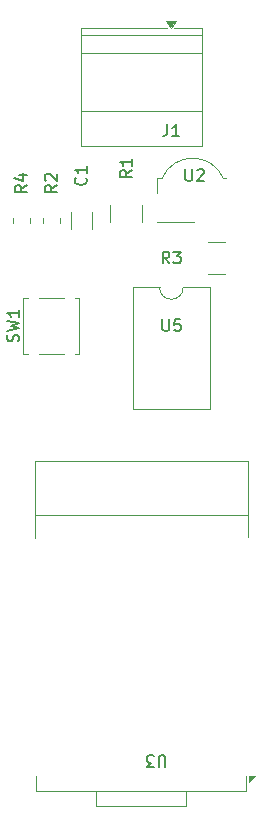
<source format=gbr>
G04 #@! TF.GenerationSoftware,KiCad,Pcbnew,9.0.6*
G04 #@! TF.CreationDate,2025-12-22T23:05:57+03:00*
G04 #@! TF.ProjectId,RainLight,5261696e-4c69-4676-9874-2e6b69636164,rev?*
G04 #@! TF.SameCoordinates,Original*
G04 #@! TF.FileFunction,Legend,Top*
G04 #@! TF.FilePolarity,Positive*
%FSLAX46Y46*%
G04 Gerber Fmt 4.6, Leading zero omitted, Abs format (unit mm)*
G04 Created by KiCad (PCBNEW 9.0.6) date 2025-12-22 23:05:57*
%MOMM*%
%LPD*%
G01*
G04 APERTURE LIST*
%ADD10C,0.150000*%
%ADD11C,0.120000*%
G04 APERTURE END LIST*
D10*
X104245580Y-56199066D02*
X104293200Y-56246685D01*
X104293200Y-56246685D02*
X104340819Y-56389542D01*
X104340819Y-56389542D02*
X104340819Y-56484780D01*
X104340819Y-56484780D02*
X104293200Y-56627637D01*
X104293200Y-56627637D02*
X104197961Y-56722875D01*
X104197961Y-56722875D02*
X104102723Y-56770494D01*
X104102723Y-56770494D02*
X103912247Y-56818113D01*
X103912247Y-56818113D02*
X103769390Y-56818113D01*
X103769390Y-56818113D02*
X103578914Y-56770494D01*
X103578914Y-56770494D02*
X103483676Y-56722875D01*
X103483676Y-56722875D02*
X103388438Y-56627637D01*
X103388438Y-56627637D02*
X103340819Y-56484780D01*
X103340819Y-56484780D02*
X103340819Y-56389542D01*
X103340819Y-56389542D02*
X103388438Y-56246685D01*
X103388438Y-56246685D02*
X103436057Y-56199066D01*
X104340819Y-55246685D02*
X104340819Y-55818113D01*
X104340819Y-55532399D02*
X103340819Y-55532399D01*
X103340819Y-55532399D02*
X103483676Y-55627637D01*
X103483676Y-55627637D02*
X103578914Y-55722875D01*
X103578914Y-55722875D02*
X103626533Y-55818113D01*
X99260819Y-56834066D02*
X98784628Y-57167399D01*
X99260819Y-57405494D02*
X98260819Y-57405494D01*
X98260819Y-57405494D02*
X98260819Y-57024542D01*
X98260819Y-57024542D02*
X98308438Y-56929304D01*
X98308438Y-56929304D02*
X98356057Y-56881685D01*
X98356057Y-56881685D02*
X98451295Y-56834066D01*
X98451295Y-56834066D02*
X98594152Y-56834066D01*
X98594152Y-56834066D02*
X98689390Y-56881685D01*
X98689390Y-56881685D02*
X98737009Y-56929304D01*
X98737009Y-56929304D02*
X98784628Y-57024542D01*
X98784628Y-57024542D02*
X98784628Y-57405494D01*
X98594152Y-55976923D02*
X99260819Y-55976923D01*
X98213200Y-56215018D02*
X98927485Y-56453113D01*
X98927485Y-56453113D02*
X98927485Y-55834066D01*
X111339333Y-63472219D02*
X111006000Y-62996028D01*
X110767905Y-63472219D02*
X110767905Y-62472219D01*
X110767905Y-62472219D02*
X111148857Y-62472219D01*
X111148857Y-62472219D02*
X111244095Y-62519838D01*
X111244095Y-62519838D02*
X111291714Y-62567457D01*
X111291714Y-62567457D02*
X111339333Y-62662695D01*
X111339333Y-62662695D02*
X111339333Y-62805552D01*
X111339333Y-62805552D02*
X111291714Y-62900790D01*
X111291714Y-62900790D02*
X111244095Y-62948409D01*
X111244095Y-62948409D02*
X111148857Y-62996028D01*
X111148857Y-62996028D02*
X110767905Y-62996028D01*
X111672667Y-62472219D02*
X112291714Y-62472219D01*
X112291714Y-62472219D02*
X111958381Y-62853171D01*
X111958381Y-62853171D02*
X112101238Y-62853171D01*
X112101238Y-62853171D02*
X112196476Y-62900790D01*
X112196476Y-62900790D02*
X112244095Y-62948409D01*
X112244095Y-62948409D02*
X112291714Y-63043647D01*
X112291714Y-63043647D02*
X112291714Y-63281742D01*
X112291714Y-63281742D02*
X112244095Y-63376980D01*
X112244095Y-63376980D02*
X112196476Y-63424600D01*
X112196476Y-63424600D02*
X112101238Y-63472219D01*
X112101238Y-63472219D02*
X111815524Y-63472219D01*
X111815524Y-63472219D02*
X111720286Y-63424600D01*
X111720286Y-63424600D02*
X111672667Y-63376980D01*
X98553200Y-70065732D02*
X98600819Y-69922875D01*
X98600819Y-69922875D02*
X98600819Y-69684780D01*
X98600819Y-69684780D02*
X98553200Y-69589542D01*
X98553200Y-69589542D02*
X98505580Y-69541923D01*
X98505580Y-69541923D02*
X98410342Y-69494304D01*
X98410342Y-69494304D02*
X98315104Y-69494304D01*
X98315104Y-69494304D02*
X98219866Y-69541923D01*
X98219866Y-69541923D02*
X98172247Y-69589542D01*
X98172247Y-69589542D02*
X98124628Y-69684780D01*
X98124628Y-69684780D02*
X98077009Y-69875256D01*
X98077009Y-69875256D02*
X98029390Y-69970494D01*
X98029390Y-69970494D02*
X97981771Y-70018113D01*
X97981771Y-70018113D02*
X97886533Y-70065732D01*
X97886533Y-70065732D02*
X97791295Y-70065732D01*
X97791295Y-70065732D02*
X97696057Y-70018113D01*
X97696057Y-70018113D02*
X97648438Y-69970494D01*
X97648438Y-69970494D02*
X97600819Y-69875256D01*
X97600819Y-69875256D02*
X97600819Y-69637161D01*
X97600819Y-69637161D02*
X97648438Y-69494304D01*
X97600819Y-69160970D02*
X98600819Y-68922875D01*
X98600819Y-68922875D02*
X97886533Y-68732399D01*
X97886533Y-68732399D02*
X98600819Y-68541923D01*
X98600819Y-68541923D02*
X97600819Y-68303828D01*
X98600819Y-67399066D02*
X98600819Y-67970494D01*
X98600819Y-67684780D02*
X97600819Y-67684780D01*
X97600819Y-67684780D02*
X97743676Y-67780018D01*
X97743676Y-67780018D02*
X97838914Y-67875256D01*
X97838914Y-67875256D02*
X97886533Y-67970494D01*
X110744095Y-68187219D02*
X110744095Y-68996742D01*
X110744095Y-68996742D02*
X110791714Y-69091980D01*
X110791714Y-69091980D02*
X110839333Y-69139600D01*
X110839333Y-69139600D02*
X110934571Y-69187219D01*
X110934571Y-69187219D02*
X111125047Y-69187219D01*
X111125047Y-69187219D02*
X111220285Y-69139600D01*
X111220285Y-69139600D02*
X111267904Y-69091980D01*
X111267904Y-69091980D02*
X111315523Y-68996742D01*
X111315523Y-68996742D02*
X111315523Y-68187219D01*
X112267904Y-68187219D02*
X111791714Y-68187219D01*
X111791714Y-68187219D02*
X111744095Y-68663409D01*
X111744095Y-68663409D02*
X111791714Y-68615790D01*
X111791714Y-68615790D02*
X111886952Y-68568171D01*
X111886952Y-68568171D02*
X112125047Y-68568171D01*
X112125047Y-68568171D02*
X112220285Y-68615790D01*
X112220285Y-68615790D02*
X112267904Y-68663409D01*
X112267904Y-68663409D02*
X112315523Y-68758647D01*
X112315523Y-68758647D02*
X112315523Y-68996742D01*
X112315523Y-68996742D02*
X112267904Y-69091980D01*
X112267904Y-69091980D02*
X112220285Y-69139600D01*
X112220285Y-69139600D02*
X112125047Y-69187219D01*
X112125047Y-69187219D02*
X111886952Y-69187219D01*
X111886952Y-69187219D02*
X111791714Y-69139600D01*
X111791714Y-69139600D02*
X111744095Y-69091980D01*
X101800819Y-56834066D02*
X101324628Y-57167399D01*
X101800819Y-57405494D02*
X100800819Y-57405494D01*
X100800819Y-57405494D02*
X100800819Y-57024542D01*
X100800819Y-57024542D02*
X100848438Y-56929304D01*
X100848438Y-56929304D02*
X100896057Y-56881685D01*
X100896057Y-56881685D02*
X100991295Y-56834066D01*
X100991295Y-56834066D02*
X101134152Y-56834066D01*
X101134152Y-56834066D02*
X101229390Y-56881685D01*
X101229390Y-56881685D02*
X101277009Y-56929304D01*
X101277009Y-56929304D02*
X101324628Y-57024542D01*
X101324628Y-57024542D02*
X101324628Y-57405494D01*
X100896057Y-56453113D02*
X100848438Y-56405494D01*
X100848438Y-56405494D02*
X100800819Y-56310256D01*
X100800819Y-56310256D02*
X100800819Y-56072161D01*
X100800819Y-56072161D02*
X100848438Y-55976923D01*
X100848438Y-55976923D02*
X100896057Y-55929304D01*
X100896057Y-55929304D02*
X100991295Y-55881685D01*
X100991295Y-55881685D02*
X101086533Y-55881685D01*
X101086533Y-55881685D02*
X101229390Y-55929304D01*
X101229390Y-55929304D02*
X101800819Y-56500732D01*
X101800819Y-56500732D02*
X101800819Y-55881685D01*
X108150819Y-55564066D02*
X107674628Y-55897399D01*
X108150819Y-56135494D02*
X107150819Y-56135494D01*
X107150819Y-56135494D02*
X107150819Y-55754542D01*
X107150819Y-55754542D02*
X107198438Y-55659304D01*
X107198438Y-55659304D02*
X107246057Y-55611685D01*
X107246057Y-55611685D02*
X107341295Y-55564066D01*
X107341295Y-55564066D02*
X107484152Y-55564066D01*
X107484152Y-55564066D02*
X107579390Y-55611685D01*
X107579390Y-55611685D02*
X107627009Y-55659304D01*
X107627009Y-55659304D02*
X107674628Y-55754542D01*
X107674628Y-55754542D02*
X107674628Y-56135494D01*
X108150819Y-54611685D02*
X108150819Y-55183113D01*
X108150819Y-54897399D02*
X107150819Y-54897399D01*
X107150819Y-54897399D02*
X107293676Y-54992637D01*
X107293676Y-54992637D02*
X107388914Y-55087875D01*
X107388914Y-55087875D02*
X107436533Y-55183113D01*
X111172666Y-51677219D02*
X111172666Y-52391504D01*
X111172666Y-52391504D02*
X111125047Y-52534361D01*
X111125047Y-52534361D02*
X111029809Y-52629600D01*
X111029809Y-52629600D02*
X110886952Y-52677219D01*
X110886952Y-52677219D02*
X110791714Y-52677219D01*
X112172666Y-52677219D02*
X111601238Y-52677219D01*
X111886952Y-52677219D02*
X111886952Y-51677219D01*
X111886952Y-51677219D02*
X111791714Y-51820076D01*
X111791714Y-51820076D02*
X111696476Y-51915314D01*
X111696476Y-51915314D02*
X111601238Y-51962933D01*
X112689095Y-55487219D02*
X112689095Y-56296742D01*
X112689095Y-56296742D02*
X112736714Y-56391980D01*
X112736714Y-56391980D02*
X112784333Y-56439600D01*
X112784333Y-56439600D02*
X112879571Y-56487219D01*
X112879571Y-56487219D02*
X113070047Y-56487219D01*
X113070047Y-56487219D02*
X113165285Y-56439600D01*
X113165285Y-56439600D02*
X113212904Y-56391980D01*
X113212904Y-56391980D02*
X113260523Y-56296742D01*
X113260523Y-56296742D02*
X113260523Y-55487219D01*
X113689095Y-55582457D02*
X113736714Y-55534838D01*
X113736714Y-55534838D02*
X113831952Y-55487219D01*
X113831952Y-55487219D02*
X114070047Y-55487219D01*
X114070047Y-55487219D02*
X114165285Y-55534838D01*
X114165285Y-55534838D02*
X114212904Y-55582457D01*
X114212904Y-55582457D02*
X114260523Y-55677695D01*
X114260523Y-55677695D02*
X114260523Y-55772933D01*
X114260523Y-55772933D02*
X114212904Y-55915790D01*
X114212904Y-55915790D02*
X113641476Y-56487219D01*
X113641476Y-56487219D02*
X114260523Y-56487219D01*
X110997904Y-106107580D02*
X110997904Y-105298057D01*
X110997904Y-105298057D02*
X110950285Y-105202819D01*
X110950285Y-105202819D02*
X110902666Y-105155200D01*
X110902666Y-105155200D02*
X110807428Y-105107580D01*
X110807428Y-105107580D02*
X110616952Y-105107580D01*
X110616952Y-105107580D02*
X110521714Y-105155200D01*
X110521714Y-105155200D02*
X110474095Y-105202819D01*
X110474095Y-105202819D02*
X110426476Y-105298057D01*
X110426476Y-105298057D02*
X110426476Y-106107580D01*
X110045523Y-106107580D02*
X109426476Y-106107580D01*
X109426476Y-106107580D02*
X109759809Y-105726628D01*
X109759809Y-105726628D02*
X109616952Y-105726628D01*
X109616952Y-105726628D02*
X109521714Y-105679009D01*
X109521714Y-105679009D02*
X109474095Y-105631390D01*
X109474095Y-105631390D02*
X109426476Y-105536152D01*
X109426476Y-105536152D02*
X109426476Y-105298057D01*
X109426476Y-105298057D02*
X109474095Y-105202819D01*
X109474095Y-105202819D02*
X109521714Y-105155200D01*
X109521714Y-105155200D02*
X109616952Y-105107580D01*
X109616952Y-105107580D02*
X109902666Y-105107580D01*
X109902666Y-105107580D02*
X109997904Y-105155200D01*
X109997904Y-105155200D02*
X110045523Y-105202819D01*
D11*
X104796000Y-59131148D02*
X104796000Y-60553652D01*
X102976000Y-59131148D02*
X102976000Y-60553652D01*
X99541000Y-59615336D02*
X99541000Y-60069464D01*
X98071000Y-59615336D02*
X98071000Y-60069464D01*
X116039737Y-64372400D02*
X114592263Y-64372400D01*
X116039737Y-61662400D02*
X114592263Y-61662400D01*
X103716000Y-71102400D02*
X103716000Y-66362400D01*
X103716000Y-71102400D02*
X103315999Y-71102400D01*
X103716000Y-66362400D02*
X103315999Y-66362400D01*
X102376000Y-71102400D02*
X100316000Y-71102400D01*
X102376000Y-66362400D02*
X100316000Y-66362400D01*
X98976000Y-71102400D02*
X99376001Y-71102400D01*
X98976000Y-71102400D02*
X98976000Y-66362400D01*
X98976000Y-66362400D02*
X99376001Y-66362400D01*
X108271000Y-65497400D02*
X108271000Y-75777400D01*
X108271000Y-75777400D02*
X114741000Y-75777400D01*
X110506000Y-65497400D02*
X108271000Y-65497400D01*
X114741000Y-65497400D02*
X112506000Y-65497400D01*
X114741000Y-75777400D02*
X114741000Y-65497400D01*
X112506000Y-65497400D02*
G75*
G02*
X110506000Y-65497400I-1000000J0D01*
G01*
X102081000Y-60069464D02*
X102081000Y-59615336D01*
X100611000Y-60069464D02*
X100611000Y-59615336D01*
X106341000Y-58483663D02*
X106341000Y-59931137D01*
X109051000Y-58483663D02*
X109051000Y-59931137D01*
X103846000Y-43519900D02*
X111166000Y-43519900D01*
X103846000Y-53559900D02*
X103846000Y-43519900D01*
X111766000Y-43519900D02*
X114086000Y-43519900D01*
X114086000Y-43519900D02*
X114086000Y-53559900D01*
X114086000Y-44139900D02*
X103846000Y-44139900D01*
X114086000Y-45639900D02*
X103846000Y-45639900D01*
X114086000Y-50539900D02*
X103846000Y-50539900D01*
X114086000Y-53559900D02*
X103846000Y-53559900D01*
X111466000Y-43519900D02*
X111026000Y-42909900D01*
X111906000Y-42909900D01*
X111466000Y-43519900D01*
G36*
X111466000Y-43519900D02*
G01*
X111026000Y-42909900D01*
X111906000Y-42909900D01*
X111466000Y-43519900D01*
G37*
X110251000Y-56272400D02*
X110251000Y-57472400D01*
X110251000Y-56272400D02*
X110711000Y-56272400D01*
X110331000Y-59932400D02*
X113411000Y-59932400D01*
X115911000Y-56272400D02*
X116131000Y-56272400D01*
X110711000Y-56272400D02*
G75*
G02*
X115911000Y-56272400I2600000J-1100000D01*
G01*
X117983000Y-80152400D02*
X117983000Y-86652400D01*
X117966000Y-86572400D02*
X117966000Y-84782400D01*
X117966000Y-84782400D02*
X99966000Y-84772400D01*
X117856000Y-108102400D02*
X117856000Y-106832400D01*
X117856000Y-108102400D02*
X100076000Y-108102400D01*
X112776000Y-109372400D02*
X105156000Y-109372400D01*
X112776000Y-108102400D02*
X112776000Y-109372400D01*
X105156000Y-109372400D02*
X105156000Y-108102400D01*
X100076000Y-108102400D02*
X100076000Y-106832400D01*
X99966000Y-84772400D02*
X99966000Y-86722400D01*
X99949000Y-80178400D02*
X99949000Y-85988400D01*
X99949000Y-80152400D02*
X117983000Y-80152400D01*
X118118000Y-107332400D02*
X118118000Y-106832400D01*
X118618000Y-106832400D01*
X118118000Y-107332400D01*
G36*
X118118000Y-107332400D02*
G01*
X118118000Y-106832400D01*
X118618000Y-106832400D01*
X118118000Y-107332400D01*
G37*
M02*

</source>
